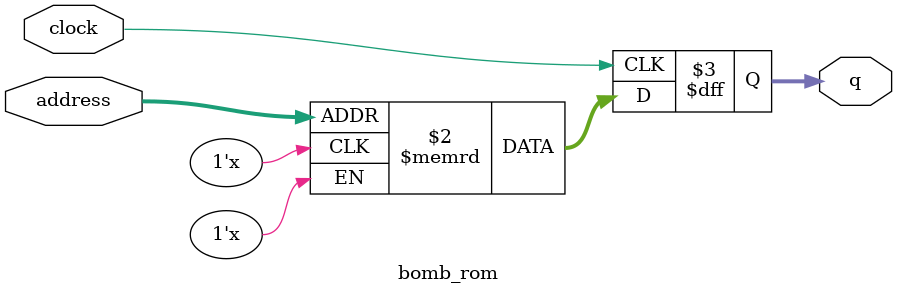
<source format=sv>
module bomb_rom (
	input logic clock,
	input logic [9:0] address,
	output logic [3:0] q
);

logic [3:0] memory [0:675] /* synthesis ram_init_file = "./bomb/bomb.mif" */;

always_ff @ (posedge clock) begin
	q <= memory[address];
end

endmodule

</source>
